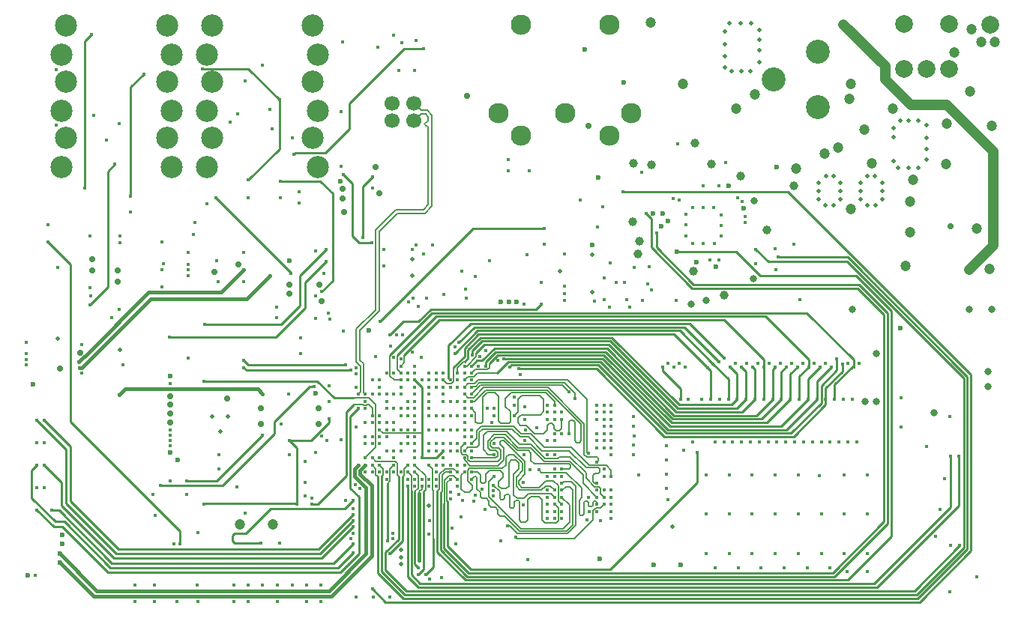
<source format=gbr>
G04 Layer_Physical_Order=6*
G04 Layer_Color=16440176*
%FSLAX45Y45*%
%MOMM*%
%TF.FileFunction,Copper,L6,Inr,Signal*%
%TF.Part,Single*%
G01*
G75*
%TA.AperFunction,Conductor*%
%ADD47C,0.40000*%
%ADD48C,0.25000*%
%ADD49C,0.15000*%
%ADD54C,0.20000*%
%ADD56C,1.20000*%
%ADD59C,0.13400*%
%TA.AperFunction,ViaPad*%
%ADD66C,2.00000*%
%TA.AperFunction,ComponentPad*%
%ADD67C,2.50000*%
%ADD68C,1.70000*%
%ADD69C,2.30000*%
%ADD70C,2.70000*%
%ADD71C,2.00000*%
%TA.AperFunction,ViaPad*%
%ADD72C,0.80000*%
%ADD73C,0.70000*%
%ADD74C,0.40000*%
%ADD75C,0.50000*%
%ADD76C,0.60000*%
%ADD77C,1.20000*%
%ADD78C,1.00000*%
%TA.AperFunction,Conductor*%
%ADD95C,0.29100*%
%ADD97C,0.13335*%
%ADD98C,0.13300*%
D47*
X6470000Y8379969D02*
X6510018Y8419987D01*
X6530000Y8359969D02*
X6590018Y8419987D01*
X4170000Y10300000D02*
X5250000D01*
X3390000Y9520000D02*
X4170000Y10300000D01*
X5250000D02*
X5510000Y10560000D01*
X4959839Y10370000D02*
X5214839Y10625000D01*
X4140000Y10370000D02*
X4959839D01*
X3140000Y7420000D02*
X3560000Y7000000D01*
X6530000Y8320000D02*
Y8359969D01*
X6550710Y8210000D02*
X6597500Y8163210D01*
X6550000Y8210000D02*
X6550710D01*
X6470000Y8290000D02*
X6550000Y8210000D01*
X6470000Y8290000D02*
Y8379969D01*
X3355019Y9585019D02*
X3395000Y9625000D01*
X3396924D01*
X3435000Y9663076D01*
Y9665000D01*
X4140000Y10370000D01*
X3360000Y9520000D02*
X3390000D01*
X3140000Y7320000D02*
X3520000Y6940000D01*
X3880000Y9280000D02*
X5374000D01*
X5430000Y9224000D01*
X3810000Y9210000D02*
X3880000Y9280000D01*
X7200000Y7340000D02*
Y8100000D01*
X6530000Y8320000D02*
X6660000Y8190000D01*
X3560000Y7000000D02*
X6180000D01*
X6597500Y7417500D01*
Y8163210D01*
X3520000Y6940000D02*
X6210000D01*
X6660000Y7390000D01*
Y8190000D01*
D48*
X7650000Y9805000D02*
X7825000Y9980000D01*
X7600370Y9682973D02*
X7857397Y9940000D01*
X7424896Y10060000D02*
X10641000D01*
X7029987Y9665091D02*
X7424896Y10060000D01*
X7029987Y9660000D02*
Y9665091D01*
X4770000Y7982500D02*
X5817500D01*
X5985000Y7977500D02*
X6057500D01*
X6520000Y7420000D02*
Y8060000D01*
X6420000Y8160000D02*
X6520000Y8060000D01*
X6057500Y7977500D02*
X6380000Y8300000D01*
X5630000Y11630000D02*
X6080000D01*
X6220000Y11490000D01*
X5270000Y11640000D02*
X5620000Y11990000D01*
X10300000Y10460000D02*
X12170000D01*
X9880000Y10880000D02*
X10300000Y10460000D01*
X9880000Y10880000D02*
Y11040000D01*
X10280900Y10419100D02*
X12150900D01*
X9820000Y10880000D02*
X10280900Y10419100D01*
X9820000Y10880000D02*
Y11200000D01*
X12450000Y7780000D02*
Y10120000D01*
X12150900Y10419100D02*
X12450000Y10120000D01*
X12490000Y7760000D02*
Y10140000D01*
X12170000Y10460000D02*
X12490000Y10140000D01*
X12530000Y7610000D02*
Y10160000D01*
X12130000Y10560000D02*
X12530000Y10160000D01*
X11050000Y10560000D02*
X12130000D01*
X11365000Y11505000D02*
X13430000Y9440000D01*
Y7450000D02*
Y9440000D01*
X12850000Y6870000D02*
X13430000Y7450000D01*
X12040000Y10770000D02*
X13389999Y9420000D01*
Y7470000D02*
Y9420000D01*
X12830000Y6910000D02*
X13389999Y7470000D01*
X6820000Y6870000D02*
X12850000D01*
X13350000Y7490000D02*
Y9400000D01*
X12814999Y6955000D02*
X13350000Y7490000D01*
X7810000Y11090000D02*
X8610000D01*
X6760000Y10040000D02*
X7810000Y11090000D01*
X7360000Y7270000D02*
Y7590000D01*
X7270000Y7180000D02*
X7360000Y7270000D01*
X6840000Y7560000D02*
Y8210000D01*
X7230000Y8499996D02*
Y8780000D01*
X7229987Y8499983D02*
X7389983D01*
X7470000Y8580000D01*
X7229987Y8499983D02*
X7230000Y8499996D01*
X3260000Y8910000D02*
X4500000Y7670000D01*
X3260000Y8910000D02*
Y10690000D01*
X4500000Y7530000D02*
Y7670000D01*
X4780000Y10010000D02*
X5640000D01*
X5910000Y10480000D02*
X6150000Y10720000D01*
X6220000Y10500000D02*
Y11490000D01*
X6100000Y10380000D02*
X6220000Y10500000D01*
X5220000Y9520000D02*
X5250000Y9490000D01*
X6240000Y9180000D02*
X6460000D01*
X5962520Y9310000D02*
X6010000D01*
X5560000Y8907480D02*
X5962520Y9310000D01*
X5560000Y8770000D02*
Y8907480D01*
X4980000Y8190000D02*
X5560000Y8770000D01*
X4900000Y11440000D02*
X5745480Y10594520D01*
X11890000Y9330001D02*
X12090000Y9530000D01*
X11890000Y9160001D02*
Y9330001D01*
X11978000Y9478000D02*
Y9560000D01*
X11790000Y9290000D02*
X11978000Y9478000D01*
X11790000Y9160001D02*
Y9290000D01*
X11914500Y9494500D02*
Y9622000D01*
X11740000Y9320000D02*
X11914500Y9494500D01*
X11740000Y9120000D02*
Y9320000D01*
X11690000Y9369000D02*
X11851000Y9530000D01*
X11690000Y9160001D02*
Y9369000D01*
X11590000Y9396000D02*
X11724000Y9530000D01*
X11590000Y9160001D02*
Y9396000D01*
X10790000Y9160001D02*
Y9448000D01*
X10708000Y9530000D02*
X10790000Y9448000D01*
X10890000Y9160001D02*
Y9475000D01*
X10835000Y9530000D02*
X10890000Y9475000D01*
X10990000Y9160001D02*
Y9502000D01*
X10962000Y9530000D02*
X10990000Y9502000D01*
X10490000Y9160001D02*
Y9484000D01*
X10454000Y9520000D02*
X10490000Y9484000D01*
X10690000Y9160001D02*
Y9389500D01*
X10517500Y9562000D02*
X10690000Y9389500D01*
X11430000Y8740000D02*
X11790000Y9100000D01*
X11400000Y8780000D02*
X11740000Y9120000D01*
X9990000Y8780000D02*
X11400000D01*
X10729999Y9100000D02*
X10790000Y9160001D01*
X10256500Y10020000D02*
X10644500Y9632000D01*
X10191000Y9980000D02*
X10581000Y9590000D01*
X10139500Y9940000D02*
X10517500Y9562000D01*
X10074000Y9900000D02*
X10454000Y9520000D01*
X7345000Y10140000D02*
X11577000D01*
X7870000Y9900000D02*
X10074000D01*
X7780000Y10020000D02*
X10256500D01*
X7825000Y9980000D02*
X10191000D01*
X7890000Y9860000D02*
X9372843D01*
X7910000Y9820000D02*
X9356274D01*
X7840000Y9690000D02*
X7930000Y9780000D01*
X9339705D01*
X7530000Y9399995D02*
X7550014Y9379981D01*
X7850001Y9600000D02*
X7910000D01*
X7949982Y9539981D02*
Y9589981D01*
X10849999Y9020000D02*
X10990000Y9160001D01*
X10132843Y9100000D02*
X10729999D01*
X10790000Y9060000D02*
X10890000Y9160001D01*
X11350000Y8820000D02*
X11690000Y9160001D01*
X10010000Y8820000D02*
X11350000D01*
X7790000Y9540000D02*
X7850001Y9600000D01*
X10116274Y9060000D02*
X10790000D01*
X10099705Y9020000D02*
X10849999D01*
X9372843Y9860000D02*
X10132843Y9100000D01*
X9356274Y9820000D02*
X10116274Y9060000D01*
X9339705Y9780000D02*
X10099705Y9020000D01*
X7150000Y7300000D02*
Y8120000D01*
X7070017Y7159983D02*
Y8179987D01*
X6870000Y7420000D02*
X7015000Y7565000D01*
X6820000Y7433400D02*
X6970000Y7583400D01*
Y8287500D01*
X7110000Y7180000D02*
Y8130000D01*
X6380000Y9020000D02*
X6460000Y9100000D01*
X6380000Y8300000D02*
Y9020000D01*
X5817500Y7982500D02*
X5820000Y7980000D01*
X6340000Y11700000D02*
X6440000Y11600000D01*
X3010000Y10940000D02*
X3260000Y10690000D01*
X3679999Y11739998D02*
X3760000Y11820000D01*
X3679999Y11739998D02*
X3680001Y10430001D01*
X3630000Y10380001D02*
X3680001Y10430001D01*
X3940000Y11460000D02*
Y12690000D01*
X4090000Y12839999D01*
X3420000Y13210001D02*
X3500000Y13289999D01*
X4750000Y12900000D02*
X5270000D01*
X5620000Y12550000D01*
Y11990000D02*
Y12550000D01*
X3420000Y11550000D02*
Y13210001D01*
X3071468Y7722531D02*
X3167469D01*
X3156568Y7963432D02*
X3753432Y7366568D01*
X3130000Y7910000D02*
X3730000Y7310000D01*
X3210000Y7990000D02*
Y8600000D01*
X3260000Y8010711D02*
Y8630000D01*
X3210000Y7990000D02*
X3780000Y7420000D01*
X3260000Y8010711D02*
X3800711Y7470000D01*
X5780000Y11930000D02*
X5800000Y11950000D01*
X6140000D01*
X6410000Y12220000D01*
Y12510000D01*
X7030000Y13130000D01*
X7250000D01*
X6560000Y10990000D02*
Y11567000D01*
X6520000Y10930000D02*
X6660000D01*
X6440000Y11010000D02*
X6520000Y10930000D01*
X6440000Y11010000D02*
Y11600000D01*
X6560000Y11567000D02*
X6670000Y11677000D01*
X2880000Y8930000D02*
X3210000Y8600000D01*
X2960000Y8930000D02*
X3260000Y8630000D01*
X3156568Y7963432D02*
Y8225431D01*
X2880000Y7914000D02*
X3071468Y7722531D01*
X4908740Y8240000D02*
X5428740Y8760000D01*
X4570000Y8240000D02*
X4908740D01*
X7150000Y7300000D02*
X7190000Y7260000D01*
X7190000Y7180000D02*
X7250000Y7240000D01*
Y8120000D01*
X2960000Y8422000D02*
X3156568Y8225431D01*
X2820000Y8362000D02*
X2880000Y8422000D01*
X3050000Y7910000D02*
X3130000D01*
X2820000Y8050000D02*
Y8362000D01*
Y8050000D02*
X3090000Y7780000D01*
X3190000D01*
X11090000Y9160001D02*
Y9529000D01*
X11089000Y9530000D02*
X11090000Y9529000D01*
X9946000Y9484000D02*
Y9530000D01*
Y9484000D02*
X10150000Y9280000D01*
X11089000Y9530000D02*
Y9612000D01*
X11597000Y9530000D02*
Y9612000D01*
X12105000Y9530000D02*
Y9612000D01*
X10641000Y10060000D02*
X11089000Y9612000D01*
X11109000Y10100000D02*
X11597000Y9612000D01*
X11577000Y10140000D02*
X12105000Y9612000D01*
X10079705Y8980000D02*
X11010000D01*
X10030000Y8860000D02*
X11289999D01*
X10063137Y8940000D02*
X11069999D01*
X10046569Y8900000D02*
X11130000D01*
X11289999Y8860000D02*
X11590000Y9160001D01*
X11790000Y9100000D02*
Y9160001D01*
X4380000Y9870000D02*
X5580000D01*
X5910000Y10200000D01*
Y10480000D01*
X5640000Y10010000D02*
X5850000Y10220000D01*
Y10560000D01*
X6150000Y10860000D01*
X11390000Y9450000D02*
X11470000Y9530000D01*
X11490000Y9423000D02*
X11597000Y9530000D01*
X11130000Y8900000D02*
X11390000Y9160001D01*
Y9450000D01*
X11490000Y9160001D02*
Y9423000D01*
X11290000Y9477000D02*
X11343000Y9530000D01*
X11190000Y9504000D02*
X11216000Y9530000D01*
X11290000Y9160001D02*
Y9477000D01*
X11069999Y8940000D02*
X11290000Y9160001D01*
X11190000Y9160001D02*
Y9504000D01*
X11010000Y8980000D02*
X11190000Y9160001D01*
X9970000Y8740000D02*
X11430000D01*
X8520000Y10180000D02*
X8580000Y10240000D01*
X5730000Y8700000D02*
X5980000D01*
X6180000Y8900000D01*
Y8940000D01*
X7390013Y10100000D02*
X11109000D01*
X4280000Y8190000D02*
X4980000D01*
X6050000Y9370000D02*
X6240000Y9180000D01*
X13200000Y7940000D02*
Y8520000D01*
X10340000Y8220000D02*
Y8560000D01*
X9360000Y7240000D02*
X10340000Y8220000D01*
X11250000Y10770000D02*
X12040000D01*
X11140000Y10720000D02*
X12030000D01*
X11000000Y10860000D02*
X11140000Y10720000D01*
X12030000D02*
X13350000Y9400000D01*
X12340000Y7080000D02*
X13200000Y7940000D01*
X7210000Y7080000D02*
X12340000D01*
X13289999Y7960000D02*
Y8520000D01*
X12370000Y7040000D02*
X13289999Y7960000D01*
X7190000Y7040000D02*
X12370000D01*
X7070017Y7159983D02*
X7190000Y7040000D01*
X7110000Y7180000D02*
X7210000Y7080000D01*
X7780000Y7240000D02*
X9360000D01*
X7520000Y7500000D02*
X7780000Y7240000D01*
X10150000Y9160000D02*
Y9280000D01*
X9760000Y11260000D02*
X9820000Y11200000D01*
X10110000Y10830000D02*
X10780000D01*
X11050000Y10560000D01*
X12040000Y7120000D02*
X12530000Y7610000D01*
X11890000Y7160000D02*
X12490000Y7760000D01*
X11870000Y7200000D02*
X12450000Y7780000D01*
X6670000Y7020000D02*
X6820000Y6870000D01*
X12790000Y7000000D02*
X13300000Y7510000D01*
X5250000Y9490000D02*
X6430000D01*
X5220000Y9600000D02*
X5270000Y9550000D01*
X6370000D01*
X9497500Y11505000D02*
X11365000D01*
X3479999Y10230000D02*
X3630000Y10380001D01*
X5820000Y7980000D02*
Y8610000D01*
X5730000Y8700000D02*
X5820000Y8610000D01*
X7760000Y7200000D02*
X11870000D01*
X7440000Y7460000D02*
Y8105000D01*
Y7460000D02*
X7740000Y7160000D01*
X11890000D01*
X7400000Y7440000D02*
Y8120000D01*
Y7440000D02*
X7720000Y7120000D01*
X12040000D01*
X7330000Y10180000D02*
X8520000D01*
X6870000Y9890000D02*
X7020000Y10040000D01*
X7190000D01*
X7330000Y10180000D01*
X3190000Y7780000D02*
X3710000Y7260000D01*
X3167469Y7722531D02*
X3680000Y7210000D01*
X6310000D01*
X6520000Y7420000D01*
X3710000Y7260000D02*
X6280000D01*
X6450000Y7430000D01*
X3730000Y7310000D02*
X6230000D01*
X6450000Y7530000D01*
X3753432Y7366568D02*
X6096568D01*
X6450000Y7720000D01*
X3780000Y7420000D02*
X6080000D01*
X6450000Y7790000D01*
X3800711Y7470000D02*
X6060000D01*
X6450000Y7860000D01*
X6420000Y8160000D02*
Y8970000D01*
X6820000Y7230000D02*
Y7433400D01*
Y7230000D02*
X7050000Y7000000D01*
X12790000D01*
X6770000Y7220000D02*
Y8287500D01*
Y7220000D02*
X7035000Y6955000D01*
X12814999D01*
X7015000Y7565000D02*
Y8287500D01*
X6730000Y7200000D02*
Y8287500D01*
Y7200000D02*
X7020000Y6910000D01*
X12830000D01*
X7480000Y7480000D02*
X7760000Y7200000D01*
X7230000Y8780000D02*
Y9300000D01*
X6420000Y8970000D02*
X6510000Y9060000D01*
X6870000Y9665000D02*
X7345000Y10140000D01*
X12090000Y9530000D02*
X12105000D01*
X6950013Y9660000D02*
X7390013Y10100000D01*
X7150000Y9380000D02*
X7230000Y9300000D01*
X7530000Y9399995D02*
Y9770000D01*
X8220000Y9527500D02*
Y9530000D01*
X9284069Y9662500D02*
X10046569Y8900000D01*
X9319705Y9740000D02*
X10079705Y8980000D01*
X7910000Y9600000D02*
X8050000Y9740000D01*
X9303137Y9700000D02*
X10063137Y8940000D01*
X7949982Y9589981D02*
X8060000Y9700000D01*
X9267500Y9622500D02*
X10030000Y8860000D01*
X8150000Y9620000D02*
X8152500Y9622500D01*
X9242500Y9587500D02*
X10010000Y8820000D01*
X8080000Y9460000D02*
X8207500Y9587500D01*
X9217500Y9552500D02*
X9990000Y8780000D01*
X8220000Y9530000D02*
X8242500Y9552500D01*
X7990000Y9570000D02*
X8082500Y9662500D01*
X8050000Y9740000D02*
X9319705D01*
X8060000Y9700000D02*
X9303137D01*
X8082500Y9662500D02*
X9284069D01*
X8152500Y9622500D02*
X9267500D01*
X8207500Y9587500D02*
X9242500D01*
X8242500Y9552500D02*
X9217500D01*
X9200000Y9510000D02*
X9970000Y8740000D01*
X8322500Y9510000D02*
X9200000D01*
X7480000Y7480000D02*
Y7987500D01*
X7520000Y7500000D02*
Y8013750D01*
X7530000Y9770000D02*
X7780000Y10020000D01*
X7800000Y9660000D02*
Y9710000D01*
X7910000Y9820000D01*
X7710000Y9590000D02*
X7750000Y9630000D01*
X7590000Y9530000D02*
X7710000Y9650000D01*
X7857397Y9940000D02*
X10139500D01*
X7750000Y9630000D02*
Y9720000D01*
X7890000Y9860000D01*
X7710000Y9650000D02*
Y9740000D01*
X7870000Y9900000D01*
X4770000Y9370000D02*
X6050000D01*
D49*
X6750018Y8419987D02*
X6790000Y8380005D01*
X6670018Y8419987D02*
X6710000Y8380005D01*
X7700000Y9590000D02*
X7710000D01*
X6840000Y8210000D02*
X6870000Y8240000D01*
X6572967Y9100000D02*
X6573467Y9099500D01*
X7629981Y9519981D02*
X7700000Y9590000D01*
X7629981Y9459981D02*
Y9519981D01*
X7590000Y9365000D02*
Y9530000D01*
X7565000Y9340000D02*
X7590000Y9365000D01*
X7509995Y9340000D02*
X7565000D01*
X7470014Y9379981D02*
X7509995Y9340000D01*
X7840000Y9643033D02*
Y9690000D01*
X7710000Y9540000D02*
X7736968D01*
X7710014Y9379981D02*
X7747551Y9417518D01*
X7817519D01*
X7860000Y9460000D01*
X7990000Y9520000D02*
Y9570000D01*
X7969981Y9499981D02*
X7990000Y9520000D01*
X7270000Y8140000D02*
Y8300000D01*
X7350000Y8140000D02*
Y8380000D01*
X7150000Y8420000D02*
X7270000Y8300000D01*
X7310000Y8420000D02*
X7350000Y8380000D01*
X7150000Y8340000D02*
X7190000Y8300000D01*
X6670001Y8500000D02*
X6710001Y8460000D01*
X6710000Y8307500D02*
Y8380005D01*
X6670000Y8980000D02*
Y9059970D01*
X7190000Y8160000D02*
Y8300000D01*
X7230017Y8150016D02*
Y8179987D01*
X7200000Y8120000D02*
X7230017Y8150016D01*
X7150000Y8120000D02*
X7190000Y8160000D01*
X7250000Y8120000D02*
X7270000Y8140000D01*
X7360000Y7590000D02*
Y8130000D01*
X7350000Y8140000D02*
X7360000Y8130000D01*
X7490000Y8340000D02*
X7550000D01*
X7829982Y9499981D02*
X7969981D01*
X7789982Y9459981D02*
X7829982Y9499981D01*
X7736968Y9540000D02*
X7840000Y9643033D01*
X7490000Y8380000D02*
X7590000D01*
X7630000Y8340000D01*
X7430000Y8320000D02*
X7490000Y8380000D01*
X7457500Y8307500D02*
X7490000Y8340000D01*
X7430000Y8150000D02*
Y8320000D01*
X7400000Y8120000D02*
X7430000Y8150000D01*
X7590000Y8300000D02*
X7630000Y8260000D01*
X7536600Y8300000D02*
X7590000D01*
X7512500Y8222500D02*
X7550000Y8260000D01*
X7485000Y8248400D02*
X7536600Y8300000D01*
X7485000Y7987500D02*
Y8248400D01*
X7440000Y8105000D02*
X7457500Y8122500D01*
Y8307500D01*
X7860000Y9460000D02*
X8080000D01*
X7512500Y8013750D02*
Y8222500D01*
X6749988Y8819982D02*
X6789970Y8780000D01*
X7230000D01*
X6870000Y8380000D02*
X6910000Y8420000D01*
X7110000Y8130000D02*
Y8300001D01*
X6790000Y8307500D02*
Y8380005D01*
X6870000Y8240000D02*
Y8380000D01*
X6710001Y8460000D02*
X6930000D01*
X6950000Y8440000D01*
Y8307500D02*
Y8440000D01*
X6770000Y8287500D02*
X6790000Y8307500D01*
X6710000D02*
X6730000Y8287500D01*
X6950000Y8307500D02*
X6970000Y8287500D01*
X7030000Y8379996D02*
X7069987Y8419983D01*
X7030000Y8302500D02*
Y8379996D01*
X7015000Y8287500D02*
X7030000Y8302500D01*
X7070001Y8340000D02*
X7110000Y8300001D01*
X6870000Y9430000D02*
X6920019Y9379981D01*
X6573467Y9099500D02*
X6604533D01*
X6605033Y9100000D01*
X6629970D01*
X6670000Y9059970D01*
X6460000Y9100000D02*
X6572967D01*
X6460000Y9180000D02*
X6630000D01*
X6710000Y9100000D01*
X6950013Y9499987D02*
Y9660000D01*
X6990000Y9540000D02*
X7029987Y9579987D01*
Y9660000D01*
X6950013Y9499987D02*
X6990000Y9460000D01*
X6870000Y9430000D02*
Y9665000D01*
X6920019Y9379981D02*
X6989987D01*
X6590001Y8500000D02*
X6710000Y8619999D01*
Y9100000D01*
D54*
X7256337Y12276500D02*
G03*
X7276337Y12256501I20000J0D01*
G01*
X7302500Y12236501D02*
G03*
X7282500Y12256501I-20000J0D01*
G01*
X7276337Y12296500D02*
G03*
X7256337Y12276500I0J-20000D01*
G01*
X7282500Y12296500D02*
G03*
X7302500Y12316500I0J20000D01*
G01*
X6570000Y9240000D02*
X6590000Y9220000D01*
X6530000Y9606569D02*
X6570000Y9566569D01*
X6530000Y9606569D02*
Y9940000D01*
X6748284Y10158284D01*
Y11058285D01*
X6955000Y11265000D02*
X7262501D01*
X6748284Y11058285D02*
X6955000Y11265000D01*
X7262501D02*
X7342500Y11345000D01*
X7286569Y12429000D02*
X7342500Y12373069D01*
Y11345000D02*
Y12373069D01*
X7140500Y12509000D02*
X7220500Y12429000D01*
X7286569D01*
X6570000Y9240000D02*
Y9566569D01*
X7140500Y12309000D02*
X7220500Y12389000D01*
X7270000D01*
X7302500Y12356500D01*
Y12336500D02*
Y12356500D01*
Y12316500D02*
Y12336500D01*
Y11361568D02*
Y12230000D01*
X7245932Y11305000D02*
X7302500Y11361568D01*
X6938432Y11305000D02*
X7245932D01*
X6708285Y11074853D02*
X6938432Y11305000D01*
X6708285Y10174853D02*
Y11074853D01*
X6490000Y9956568D02*
X6708285Y10174853D01*
X6490000Y9590001D02*
Y9956568D01*
Y9590001D02*
X6540000Y9540001D01*
Y9250000D02*
Y9540001D01*
X6510000Y9220000D02*
X6540000Y9250000D01*
X7276337Y12256501D02*
X7282500D01*
X7302500Y12230000D02*
Y12236501D01*
X7276337Y12296500D02*
X7282500D01*
D56*
X13680000Y10900000D02*
Y11430000D01*
X13410001Y10630000D02*
X13680000Y10900000D01*
X11990000Y13400000D02*
X12460000Y12930000D01*
Y12780000D02*
Y12930000D01*
Y12780000D02*
X12750000Y12490000D01*
X13160001D01*
X13680000Y11970000D01*
Y11430000D02*
Y11970000D01*
D59*
X9115078Y8417422D02*
X9310078D01*
X8240000Y9242500D02*
X8627500D01*
X7953115Y9267500D02*
X8642500D01*
X8267500Y8855000D02*
X8350000Y8772500D01*
X7900000Y8855000D02*
X8267500D01*
X7850000Y8805000D02*
X7900000Y8855000D01*
X8250000Y8827500D02*
X8338500Y8739000D01*
X7915000Y8827500D02*
X8250000D01*
X7877636Y8790136D02*
X7915000Y8827500D01*
X8605000Y9025000D02*
Y9160000D01*
X8565000Y8985000D02*
X8605000Y9025000D01*
X8347500Y8985000D02*
X8565000D01*
X8562500Y9202500D02*
X8605000Y9160000D01*
X8355000Y9202500D02*
X8562500D01*
X8315000Y9162500D02*
X8355000Y9202500D01*
X8315000Y9019765D02*
Y9162500D01*
X8500000Y8777500D02*
X8605000D01*
X8410000Y8867500D02*
X8500000Y8777500D01*
X8342500Y8867500D02*
X8410000D01*
X8641998Y8814498D02*
Y8865503D01*
X8666997Y8890502D01*
X8699498D01*
X8725000Y8865000D01*
Y8832500D02*
Y8865000D01*
X8605000Y8777500D02*
X8641998Y8814498D01*
X8312500Y8950000D02*
X8347500Y8985000D01*
X8312500Y8897500D02*
Y8950000D01*
Y8897500D02*
X8342500Y8867500D01*
X8271401Y8976166D02*
X8315000Y9019765D01*
X8172500Y9175000D02*
X8240000Y9242500D01*
X8172500Y9082500D02*
Y9175000D01*
Y9082500D02*
X8230000Y9025000D01*
X8627500Y9242500D02*
X8728637Y9141363D01*
Y9096135D02*
Y9141363D01*
X8210000Y8890000D02*
X8230000Y8910000D01*
X8120000Y8890000D02*
X8210000D01*
X8230000Y8910000D02*
Y9025000D01*
X8095000Y8915000D02*
Y9197500D01*
X8052500Y9240000D02*
X8095000Y9197500D01*
X7970000Y9240000D02*
X8052500D01*
X7920000Y9190000D02*
X7970000Y9240000D01*
X7920000Y8912500D02*
Y9190000D01*
X7835001Y8912502D02*
Y9014999D01*
X7855001Y8892502D02*
X7900001D01*
X7835001Y8912502D02*
X7855001Y8892502D01*
X7900001D02*
X7920000Y8912500D01*
X7790000Y9060000D02*
X7835001Y9014999D01*
X8332198Y7797803D02*
Y8005000D01*
X8220598Y7947601D02*
Y8076600D01*
X8165000Y8045000D02*
Y8075000D01*
X8148200Y8028200D02*
X8165000Y8045000D01*
X8121800Y8028200D02*
X8148200D01*
X8107500Y8042500D02*
X8121800Y8028200D01*
X8107500Y8042500D02*
Y8119200D01*
X8620199Y7769801D02*
X8747301D01*
X8588898Y7801102D02*
X8620199Y7769801D01*
X8588898Y7801102D02*
Y8026102D01*
X8553099Y8061901D02*
X8588898Y8026102D01*
X8459401Y8061901D02*
X8553099D01*
X8423798Y8026298D02*
X8459401Y8061901D01*
X7890398Y8231791D02*
X7907189Y8215000D01*
X8142700Y8280200D02*
Y8324800D01*
X8097300Y8234800D02*
X8142700Y8280200D01*
X8097300Y8182700D02*
Y8234800D01*
X7890398Y8231791D02*
Y8304602D01*
X8210000Y8182500D02*
Y8445000D01*
X8320000Y8372500D02*
Y8442500D01*
X8267500Y8320000D02*
X8320000Y8372500D01*
X8267500Y8080000D02*
Y8320000D01*
X8210000Y8445000D02*
X8240000Y8475000D01*
X8287500D01*
X8320000Y8442500D01*
X8112500Y8355000D02*
X8142700Y8324800D01*
X7995000Y8355000D02*
X8112500D01*
X8107500Y8657500D02*
X8150000Y8615000D01*
Y8700000D02*
X8392500Y8457500D01*
X8322188Y8244688D02*
X8392500Y8315000D01*
X8322188Y8202812D02*
Y8244688D01*
X8392500Y8315000D02*
Y8457500D01*
X8550736Y8366661D02*
X8579714Y8337683D01*
X8125000Y8700000D02*
X8150000D01*
X8107500Y8682500D02*
X8125000Y8700000D01*
X8107500Y8657500D02*
Y8682500D01*
X8150000Y8473913D02*
Y8615000D01*
X8808002Y8833002D02*
Y8935500D01*
X8782500Y8807500D02*
X8808002Y8833002D01*
X8750000Y8807500D02*
X8782500D01*
X8725000Y8832500D02*
X8750000Y8807500D01*
X8554787Y8167500D02*
X8627287Y8240000D01*
X8357500Y8167500D02*
X8554787D01*
X8627287Y8240000D02*
X8715589D01*
X8767983Y8187606D01*
Y8015521D02*
Y8187606D01*
X8322188Y8202812D02*
X8357500Y8167500D01*
X8120000Y8492500D02*
Y8590000D01*
X8093000Y8617000D02*
X8120000Y8590000D01*
X8025500Y8617000D02*
X8093000D01*
X8085000Y8457500D02*
X8120000Y8492500D01*
X7773569Y8457500D02*
X8085000D01*
X8905000Y8392500D02*
Y8418679D01*
X8888019Y8375519D02*
X8905000Y8392500D01*
X8808002Y8375542D02*
X8888019Y8375515D01*
X8462500Y8472500D02*
Y8552500D01*
X8430543Y8584457D02*
X8462500Y8552500D01*
X8307622Y8584457D02*
X8430543D01*
X8462500Y8472500D02*
X8500000Y8435000D01*
X8888679D01*
X8125000Y8155000D02*
X8182500D01*
X8097300Y8182700D02*
X8125000Y8155000D01*
X8182500D02*
X8210000Y8182500D01*
X8382500Y8045000D02*
X8432500Y8095000D01*
X8302500Y8045000D02*
X8382500D01*
X8267500Y8080000D02*
X8302500Y8045000D01*
X8432500Y8095000D02*
X8688504D01*
X8897500Y8175000D02*
X8931788Y8140712D01*
X8855000Y8175000D02*
X8897500D01*
X8815541Y8135541D02*
X8855000Y8175000D01*
X8931788Y7741788D02*
Y8140712D01*
X8807963Y8135541D02*
X8815541D01*
X8057500Y7945000D02*
X8090000Y7912500D01*
X8010000Y7945000D02*
X8057500D01*
X8090000Y7865000D02*
Y7912500D01*
X8160000Y7842500D02*
X8330000Y7672500D01*
X8090000Y7865000D02*
X8112500Y7842500D01*
X8160000D01*
X7960000Y8042500D02*
X7987500Y8015000D01*
Y7967500D02*
X8010000Y7945000D01*
X7987500Y7967500D02*
Y8015000D01*
X7890000Y8065000D02*
X7912500Y8042500D01*
X7960000D01*
X9183532Y8328532D02*
X9223836D01*
X9160000Y8305000D02*
X9183532Y8328532D01*
X8807963Y8055541D02*
X8897500Y7966004D01*
Y7773603D02*
Y7966004D01*
X8088587Y8412500D02*
X8150000Y8473913D01*
X7775018Y8412500D02*
X8088587D01*
X7710048Y8477470D02*
X7775018Y8412500D01*
X8197500Y7731671D02*
X8220588D01*
X8195188D02*
X8197500D01*
X8095000Y8915000D02*
X8120000Y8890000D01*
X9247803Y7935471D02*
X9287834Y7975501D01*
X8060951Y8734952D02*
X8157127D01*
X8004000Y8678000D02*
X8060951Y8734952D01*
X7750118Y8480952D02*
Y8519661D01*
X7839588Y8290481D02*
X7852288Y8277781D01*
X9223836Y8328532D02*
X9236536Y8341232D01*
X8767983Y8015521D02*
X8807963Y7975541D01*
X8727963D02*
X8767942Y7935561D01*
X7670108Y8561571D02*
Y8620042D01*
Y8561571D02*
X7691647Y8540032D01*
X7729747D01*
X7750118Y8519661D01*
X8157127Y8734952D02*
X8307622Y8584457D01*
X7790045Y9139990D02*
X7825605D01*
X7790058Y8260001D02*
X7820538Y8290481D01*
X7839588D01*
X8936540Y8928460D02*
X8957175Y8907825D01*
X8887960Y8907960D02*
X8908460Y8928460D01*
X8936540D01*
X8977810Y8676525D02*
X9005890D01*
X9026390Y8697025D01*
X8957175Y8697160D02*
X8977810Y8676525D01*
X8957175Y8697160D02*
Y8907825D01*
X8887960Y8775500D02*
Y8907960D01*
X9026390Y8697025D02*
Y8883610D01*
X7825605Y9139990D02*
X7953115Y9267500D01*
X8642500D02*
X9026390Y8883610D01*
X7709986Y9219982D02*
X7750004Y9179963D01*
X7812463D01*
X7790081Y9310056D02*
X7837556D01*
X7790000Y9220000D02*
X7892500Y9322500D01*
X8811000D01*
X7710000Y9300000D02*
X7750070Y9340070D01*
X8811000Y9322500D02*
X8888100Y9245400D01*
X8959712Y9174605D02*
Y9227788D01*
X7837556Y9310056D02*
X7877500Y9350000D01*
X8837500D01*
X8959712Y9227788D01*
X7750070Y9340070D02*
X7820070D01*
X7812463Y9179963D02*
X7927500Y9295000D01*
X8655000D01*
X9062500Y8887500D01*
X7820070Y9340070D02*
X7862500Y9382500D01*
X8875000D01*
X9097500Y9160000D01*
Y8565040D02*
Y9160000D01*
X9247500Y8095962D02*
X9287961Y8055502D01*
X9227500Y8175000D02*
X9247500Y8155000D01*
Y8095962D02*
Y8155000D01*
X9081281Y8276219D02*
Y8331396D01*
Y8276219D02*
X9182500Y8175000D01*
X9227500D01*
X8622500Y8492500D02*
X8765474D01*
X8782974Y8510000D01*
X8902677D01*
X9081281Y8331396D01*
X7979943Y8540057D02*
X8042726D01*
X7925000Y8595000D02*
X7979943Y8540057D01*
X7925000Y8595000D02*
Y8760000D01*
X7965000Y8800000D01*
X8187500D01*
X8335000Y8652500D01*
X8462500D01*
X8622500Y8492500D01*
X7709996Y8579992D02*
X7749287Y8619283D01*
X8207898Y8089300D02*
X8220598Y8076600D01*
X8165000Y8075000D02*
X8179300Y8089300D01*
X8207898D01*
X8332198Y7797803D02*
X8352099Y7777901D01*
X8688504Y8095000D02*
X8727963Y8055541D01*
X7790068Y8340021D02*
X7854979D01*
X7890398Y8304602D01*
X7953698Y8313698D02*
X7995000Y8355000D01*
X9050000Y8213462D02*
X9207961Y8055502D01*
X9050000Y8213462D02*
Y8311887D01*
X8899387Y8462500D02*
X9050000Y8311887D01*
X8317500Y8615000D02*
X8455000D01*
X8607500Y8462500D01*
X8899387D01*
X8047500Y8762500D02*
X8170000D01*
X8317500Y8615000D01*
X7977500Y8692500D02*
X8047500Y8762500D01*
X7977500Y8612500D02*
Y8692500D01*
Y8612500D02*
X8005000Y8585000D01*
X7790006Y8500002D02*
X8062502D01*
X8082500Y8520000D01*
X8005000Y8585000D02*
X8062500D01*
X8082500Y8565000D01*
Y8520000D02*
Y8565000D01*
X7987500Y8062500D02*
X8350000Y7700000D01*
X8823897D01*
X8897500Y7773603D01*
X9007936Y8023761D02*
X9035000Y8050826D01*
X8859817Y8337683D02*
X9035000Y8162500D01*
Y8050826D02*
Y8162500D01*
X8579714Y8337683D02*
X8859817D01*
X9046036Y7854800D02*
X9058736Y7867500D01*
X9020636Y7854800D02*
X9046036D01*
X9007936Y7867500D02*
X9020636Y7854800D01*
X9109536Y7962965D02*
Y7997500D01*
X9096836Y8010200D02*
X9109536Y7997500D01*
X9071436Y8010200D02*
X9096836D01*
X9058736Y7997500D02*
X9071436Y8010200D01*
X9122236Y7950265D02*
X9147636D01*
X9109536Y7962965D02*
X9122236Y7950265D01*
X9147636D02*
X9160336Y7962965D01*
Y7997500D01*
X9173036Y8010200D01*
X9194800D01*
X9207961Y7997039D01*
Y7975501D02*
Y7997039D01*
X8352099Y7777901D02*
X8402901D01*
X8290900Y8017700D02*
X8319498D01*
X8276196Y8002995D02*
X8290900Y8017700D01*
X8319498D02*
X8332198Y8005000D01*
X8276196Y7949201D02*
Y8002995D01*
X8862500Y7672500D02*
X8931788Y7741788D01*
X8947500Y7590000D02*
X9160000Y7802500D01*
X8300860Y7590000D02*
X8947500D01*
X8286199Y7604661D02*
X8300860Y7590000D01*
X9160000Y7802500D02*
Y7902500D01*
X9192971Y7935471D01*
X9247803D01*
X8261895Y7934901D02*
X8276196Y7949201D01*
X8220598Y7947601D02*
X8233298Y7934901D01*
X8261895D01*
X8747301Y7769801D02*
X8767942Y7790442D01*
Y7935561D01*
X8004000Y8638500D02*
Y8678000D01*
Y8638500D02*
X8025500Y8617000D01*
X7750118Y8480952D02*
X7773569Y8457500D01*
X8888679Y8435000D02*
X8905000Y8418679D01*
X8220588Y7731671D02*
X8307259Y7645000D01*
X8877500D01*
X8969888Y7737388D01*
X8807963Y8215541D02*
X8827422Y8235000D01*
X8917500D01*
X8969888Y8182612D01*
Y7737388D02*
Y8182612D01*
X9310078Y8417422D02*
X9367961Y8359539D01*
Y8295502D02*
Y8359539D01*
X7789986Y8659992D02*
X7850000Y8720006D01*
X8915000Y8617500D02*
X9115078Y8417422D01*
X8612500Y8617500D02*
X8915000D01*
X8457500Y8772500D02*
X8612500Y8617500D01*
X7850000Y8720006D02*
Y8805000D01*
X8350000Y8772500D02*
X8457500D01*
X9220000Y8390000D02*
X9236536Y8373465D01*
Y8341232D02*
Y8373465D01*
X8338500Y8739000D02*
X8432367D01*
X8588836Y8582532D01*
X9085000Y8390000D02*
X9220000D01*
X8588836Y8582532D02*
X8892468D01*
X9085000Y8390000D01*
X7749287Y8619283D02*
X7846783D01*
X7877636Y8650135D01*
Y8790136D01*
X9160000Y8235000D02*
Y8305000D01*
Y8235000D02*
X9179498Y8215502D01*
X9207961D01*
X8330000Y7672500D02*
X8862500D01*
X7852288Y8150212D02*
Y8277781D01*
Y8150212D02*
X7890000Y8112500D01*
Y8065000D02*
Y8112500D01*
X7907189Y8215000D02*
X7936907D01*
X7953698Y8231791D01*
Y8313698D01*
X7987500Y8062500D02*
Y8235203D01*
X8042788Y8290491D01*
X8032900Y8193800D02*
X8107500Y8119200D01*
X9097500Y8565040D02*
X9107521Y8555019D01*
X9225000Y8472578D02*
Y8495000D01*
X9207963Y8455542D02*
X9225000Y8472578D01*
X9062500Y8540000D02*
Y8887500D01*
X9210000Y8510000D02*
X9225000Y8495000D01*
X9062500Y8540000D02*
X9092500Y8510000D01*
X9210000D01*
X8402901Y7777901D02*
X8423798Y7798798D01*
Y8026298D01*
X9007936Y7867500D02*
Y8023761D01*
X9058736Y7867500D02*
Y7997500D01*
X7670108Y8620042D02*
X7710087Y8660022D01*
X7710048Y8477470D02*
Y8500051D01*
D66*
X13650000Y13400000D02*
D03*
D67*
X3157499Y11790001D02*
D03*
Y13060001D02*
D03*
Y12425001D02*
D03*
X3212500Y13385001D02*
D03*
Y12750001D02*
D03*
X4352499Y12115001D02*
D03*
Y12750001D02*
D03*
X3212500Y12115001D02*
D03*
X4352499Y13385001D02*
D03*
X4407499Y11790001D02*
D03*
Y12425001D02*
D03*
Y13060001D02*
D03*
X4802500Y11790001D02*
D03*
Y13060001D02*
D03*
Y12425001D02*
D03*
X4857500Y13385001D02*
D03*
Y12750001D02*
D03*
X5997500Y12115001D02*
D03*
Y12750001D02*
D03*
X4857500Y12115001D02*
D03*
X5997500Y13385001D02*
D03*
X6052500Y11790001D02*
D03*
Y12425001D02*
D03*
Y13060001D02*
D03*
D68*
X6890501Y12509001D02*
D03*
X7140501D02*
D03*
X6890501Y12309001D02*
D03*
X7140501D02*
D03*
D69*
X8347501Y13395001D02*
D03*
X9347501D02*
D03*
Y12145001D02*
D03*
X8347501D02*
D03*
X8097501Y12395001D02*
D03*
X9597501D02*
D03*
X8847501D02*
D03*
D70*
X11204300Y12779100D02*
D03*
X11704300Y12469100D02*
D03*
Y13089101D02*
D03*
D71*
X13184302Y13409099D02*
D03*
X12930302Y12901099D02*
D03*
X12676302D02*
D03*
Y13409099D02*
D03*
X13184302Y12901099D02*
D03*
D72*
X13010001Y9015000D02*
D03*
X13623000Y9480000D02*
D03*
Y9310000D02*
D03*
X13410001Y10180000D02*
D03*
X13670000D02*
D03*
X10970000Y10530000D02*
D03*
X10980000Y11410000D02*
D03*
X10439999Y10280000D02*
D03*
X10270000Y10240000D02*
D03*
X12232000Y9140000D02*
D03*
X12359000D02*
D03*
X12090000Y10180000D02*
D03*
X12359000Y9680000D02*
D03*
D73*
X3140000Y9512500D02*
D03*
X9110000Y12250000D02*
D03*
X5730001Y10459999D02*
D03*
X5730000Y10359999D02*
D03*
X4890000Y10600000D02*
D03*
X5160000Y10690000D02*
D03*
X6100000Y10270000D02*
D03*
X6330000Y11430000D02*
D03*
X6070000Y10459999D02*
D03*
X13200000Y11120000D02*
D03*
X3370000Y9690000D02*
D03*
X4390000Y8900000D02*
D03*
X5030000Y9170000D02*
D03*
X5410000Y9060000D02*
D03*
Y8880000D02*
D03*
X6060000Y9060000D02*
D03*
Y8880000D02*
D03*
X4390000Y9100000D02*
D03*
Y9000000D02*
D03*
Y9200000D02*
D03*
X6750000Y11490000D02*
D03*
X6710000Y11790000D02*
D03*
X7740000Y12590000D02*
D03*
X6350000Y11280000D02*
D03*
X6330000Y11540000D02*
D03*
X3790000Y10620000D02*
D03*
X3509999Y10620000D02*
D03*
X3509999Y10747000D02*
D03*
X3790000Y10493000D02*
D03*
D74*
X8727999Y8695508D02*
D03*
X6750018Y8419987D02*
D03*
X6670018D02*
D03*
X6590018D02*
D03*
X6510018D02*
D03*
X8646300Y8697202D02*
D03*
X7132500Y10310000D02*
D03*
X7282500D02*
D03*
X7167500Y10910000D02*
D03*
X7352500D02*
D03*
X7125000Y9700000D02*
D03*
X11220000Y10865530D02*
D03*
X8727963Y7895541D02*
D03*
X8647963D02*
D03*
X9288000Y8935500D02*
D03*
X9207993Y8615492D02*
D03*
X9207963Y8455542D02*
D03*
X9287961Y8375502D02*
D03*
X7710000Y8900000D02*
D03*
X8395500Y8816500D02*
D03*
X5410000Y7540000D02*
D03*
X5620000Y7537500D02*
D03*
X5987500Y8047500D02*
D03*
X6370000Y8020000D02*
D03*
X6450000D02*
D03*
X6450000Y7930000D02*
D03*
X5985000Y7977500D02*
D03*
X5910000Y8070000D02*
D03*
X6480000Y8200000D02*
D03*
X8271400Y9191900D02*
D03*
X8525000Y8842500D02*
D03*
X8015000Y8900000D02*
D03*
X8449208Y8366661D02*
D03*
X8550736D02*
D03*
X6590000Y9220000D02*
D03*
X6510000D02*
D03*
X9617500Y8537500D02*
D03*
X9247982Y7790482D02*
D03*
X9208003Y7895541D02*
D03*
X9098003Y7798041D02*
D03*
X9118003Y7895541D02*
D03*
X8197500Y7731671D02*
D03*
X8648002Y9095500D02*
D03*
X9207961Y8215502D02*
D03*
X8807963Y8215541D02*
D03*
X9207961Y7975501D02*
D03*
X9287961D02*
D03*
X9620000Y8649000D02*
D03*
X9625000Y8752500D02*
D03*
X9368000Y8695499D02*
D03*
X9288000D02*
D03*
X8728002Y8535499D02*
D03*
Y8375542D02*
D03*
X7790000Y8820015D02*
D03*
X8042726Y8540057D02*
D03*
X7789984Y8740016D02*
D03*
X8042800Y8660000D02*
D03*
X8807963Y7815541D02*
D03*
X8387000Y8696000D02*
D03*
X11230500Y10628000D02*
D03*
X8387400Y8936300D02*
D03*
X9270000Y11340000D02*
D03*
X4800000Y11370000D02*
D03*
X5270000Y11640000D02*
D03*
X9800000Y10660000D02*
D03*
X13189999Y6990100D02*
D03*
X13500000Y7160000D02*
D03*
X10010000Y8030000D02*
D03*
X9419981Y10479979D02*
D03*
X9630000Y10650000D02*
D03*
X6760000Y10040000D02*
D03*
X6870000Y9890000D02*
D03*
X9210000Y11110000D02*
D03*
X8610000Y11090000D02*
D03*
Y10920000D02*
D03*
X8420000Y10800000D02*
D03*
X6030000Y8560000D02*
D03*
X6490000Y8850000D02*
D03*
X6430000Y9490000D02*
D03*
X6370000Y9550000D02*
D03*
X6830000Y8260000D02*
D03*
X6830000Y8340000D02*
D03*
X6910000D02*
D03*
X6989948Y8340051D02*
D03*
X6710000Y9645000D02*
D03*
X6750000Y8660000D02*
D03*
X6830000Y8740000D02*
D03*
X6590000Y8740000D02*
D03*
X6830000Y8820000D02*
D03*
X5214839Y10495000D02*
D03*
X8373000Y7970500D02*
D03*
X7629999Y8820000D02*
D03*
X9287961Y8295502D02*
D03*
X8807960Y8775542D02*
D03*
X8727960Y8775500D02*
D03*
X9615000Y8967500D02*
D03*
X9620000Y8855000D02*
D03*
X4380000Y9870000D02*
D03*
X4780000Y10010000D02*
D03*
X5220000Y9520000D02*
D03*
Y9600000D02*
D03*
X6010000Y9310000D02*
D03*
X5840000Y11510000D02*
D03*
X10390000Y9160001D02*
D03*
X10708000Y9530000D02*
D03*
X10454000Y9520000D02*
D03*
X10517500Y9562000D02*
D03*
X10581000Y9590000D02*
D03*
X10644500Y9632000D02*
D03*
X7950000Y9710000D02*
D03*
X7800000Y9660000D02*
D03*
X7710000Y9540000D02*
D03*
X5600000Y6880000D02*
D03*
X4210000D02*
D03*
X3990000D02*
D03*
X6090000D02*
D03*
X5930000D02*
D03*
X5270000D02*
D03*
X5110000D02*
D03*
X4700000Y6880000D02*
D03*
X4460000Y6880000D02*
D03*
X7790019Y9380018D02*
D03*
X7949986Y9539981D02*
D03*
X7710001Y8500000D02*
D03*
Y8420000D02*
D03*
X7790000Y8980000D02*
D03*
X7710001D02*
D03*
Y9060000D02*
D03*
X7790000D02*
D03*
X9677000Y8310000D02*
D03*
X8382900Y8534800D02*
D03*
X8391200Y9081400D02*
D03*
X8372988Y8226961D02*
D03*
X9368000Y9095500D02*
D03*
X9288000Y9015500D02*
D03*
X9368000D02*
D03*
X9208000Y8775500D02*
D03*
Y8695499D02*
D03*
X9367961Y8135502D02*
D03*
X9287961D02*
D03*
X9207961Y8055502D02*
D03*
X9287961D02*
D03*
X9367961D02*
D03*
Y7975501D02*
D03*
Y7895501D02*
D03*
Y7815501D02*
D03*
X8647963Y7815541D02*
D03*
X8807963Y7895541D02*
D03*
X8727963Y7975541D02*
D03*
X8647963D02*
D03*
Y8055541D02*
D03*
X8727963D02*
D03*
X8807963Y8135541D02*
D03*
X8727963D02*
D03*
X8647963D02*
D03*
X8807963Y8055541D02*
D03*
X8647963Y8295541D02*
D03*
X8727963D02*
D03*
X8887960Y8775500D02*
D03*
X8648002Y8935500D02*
D03*
Y9015500D02*
D03*
X8728002D02*
D03*
X8808002Y8935500D02*
D03*
Y9015500D02*
D03*
X8648002Y8535499D02*
D03*
X8807963Y7975541D02*
D03*
X8042800Y8290500D02*
D03*
X8271401Y8976166D02*
D03*
X8728002Y8935500D02*
D03*
X8286199Y7604661D02*
D03*
X8042765Y8979899D02*
D03*
X9208000Y9095500D02*
D03*
X9288000D02*
D03*
X8271375Y9095540D02*
D03*
X9288000Y8615499D02*
D03*
X9368000Y8535499D02*
D03*
Y8615499D02*
D03*
X9288000Y8855500D02*
D03*
X9368000Y8775500D02*
D03*
X9288000D02*
D03*
X7709986Y9219982D02*
D03*
X7790000Y9220000D02*
D03*
Y8500000D02*
D03*
X7710000Y8580000D02*
D03*
X7789986Y9139982D02*
D03*
X7710000Y9300000D02*
D03*
X7790000Y8580000D02*
D03*
X7070000Y8660000D02*
D03*
X7150000Y8820000D02*
D03*
Y8900000D02*
D03*
Y8660000D02*
D03*
X7310000Y8660000D02*
D03*
X7390000D02*
D03*
X7310000Y8820000D02*
D03*
X6750000Y8980000D02*
D03*
X7070000D02*
D03*
X7150000D02*
D03*
Y9220000D02*
D03*
X7310000Y9140000D02*
D03*
X7630000Y8180000D02*
D03*
X7470000Y8820000D02*
D03*
Y8980000D02*
D03*
X7550000Y8820000D02*
D03*
X7470000Y9140000D02*
D03*
X6749988Y8819982D02*
D03*
X7229987Y8499983D02*
D03*
X7470000Y8580000D02*
D03*
X6990000Y8660000D02*
D03*
X7710000Y8820000D02*
D03*
X7310000Y8420000D02*
D03*
X7469986Y9459981D02*
D03*
X7630000Y8420000D02*
D03*
X6990000Y8820000D02*
D03*
X7150000Y8740000D02*
D03*
X7469983Y8659983D02*
D03*
X7630000Y8260000D02*
D03*
X7709986Y9459981D02*
D03*
X7389986Y8579983D02*
D03*
X6910000Y8420000D02*
D03*
X7790000Y8340000D02*
D03*
X6830000Y8580000D02*
D03*
Y9060000D02*
D03*
X6990000Y9300000D02*
D03*
X7150000Y8500000D02*
D03*
Y9300000D02*
D03*
X7390000D02*
D03*
X7470000D02*
D03*
X7549981Y9299981D02*
D03*
X7630000Y9300000D02*
D03*
X7709986Y9139982D02*
D03*
X7069987Y8259983D02*
D03*
Y8419983D02*
D03*
X7390000Y8420000D02*
D03*
X7710000Y8340000D02*
D03*
X7470000Y8420000D02*
D03*
X6589988Y8339987D02*
D03*
X7150000Y8340000D02*
D03*
X7550000Y8260000D02*
D03*
X6670000Y9220000D02*
D03*
X6910000Y8500000D02*
D03*
X6909987Y8899982D02*
D03*
X7310000Y9300000D02*
D03*
X7630000Y8340000D02*
D03*
X6669988Y8339987D02*
D03*
X7630000Y8980000D02*
D03*
X7789986Y9299981D02*
D03*
X7150000Y8420000D02*
D03*
X7070000Y8820000D02*
D03*
X7230000Y8260000D02*
D03*
X6990000Y9060000D02*
D03*
X7310000Y8980000D02*
D03*
X7390000Y8820000D02*
D03*
X6989987Y8979982D02*
D03*
X6910000Y9060000D02*
D03*
X7309987Y9219982D02*
D03*
X6830000Y8900000D02*
D03*
X6990000Y8580000D02*
D03*
X7630000Y9140000D02*
D03*
X7629986Y8579983D02*
D03*
X7710000Y8660000D02*
D03*
X7470000Y8500000D02*
D03*
X6910000Y8580000D02*
D03*
Y8819999D02*
D03*
X7150000Y8580000D02*
D03*
X7310000Y9060000D02*
D03*
X7150000Y9140000D02*
D03*
X7549986Y8659983D02*
D03*
X7390000Y8980000D02*
D03*
X7550000D02*
D03*
Y8420000D02*
D03*
Y8580000D02*
D03*
Y9140000D02*
D03*
X7630000Y8660000D02*
D03*
X7470000Y9220000D02*
D03*
X7710000Y8740000D02*
D03*
X7790000Y8260000D02*
D03*
X7550000Y8340000D02*
D03*
X7150017Y8179987D02*
D03*
X7389987Y8179983D02*
D03*
X7310017Y8179987D02*
D03*
X7230017D02*
D03*
X7070017D02*
D03*
X7555000Y8040000D02*
D03*
X6840000Y7560000D02*
D03*
X6900000Y7650000D02*
D03*
Y7590000D02*
D03*
X7389987Y8259983D02*
D03*
X7310017Y8259957D02*
D03*
X7390000Y8340000D02*
D03*
X6870000Y7420000D02*
D03*
Y6930000D02*
D03*
X6680000D02*
D03*
X6490000Y6930000D02*
D03*
X7149987Y8259983D02*
D03*
X6450000Y7430000D02*
D03*
X4280000Y8190000D02*
D03*
X4770000Y7980000D02*
D03*
X4940000Y8380000D02*
D03*
X4390000Y9340000D02*
D03*
X10527499Y11329999D02*
D03*
X10407499D02*
D03*
X10287499D02*
D03*
X10210000Y11012500D02*
D03*
Y11132500D02*
D03*
Y11252500D02*
D03*
X6340000Y11700000D02*
D03*
X10480000Y10740000D02*
D03*
X4430000Y7530000D02*
D03*
X4500000D02*
D03*
X4910000Y10730000D02*
D03*
X4930000Y10490000D02*
D03*
X4590000Y10690000D02*
D03*
X5590000Y10090000D02*
D03*
Y10205999D02*
D03*
X6150000Y10860000D02*
D03*
X6100000Y10380000D02*
D03*
X5745480Y10586999D02*
D03*
X6190000Y10068999D02*
D03*
X3355019Y9585019D02*
D03*
X3390000Y9460000D02*
D03*
X6320000Y12415000D02*
D03*
X6334338Y13199071D02*
D03*
X6320000Y11800000D02*
D03*
X6120000Y10586999D02*
D03*
X5214839Y10820000D02*
D03*
X6670000Y11550000D02*
D03*
Y11677000D02*
D03*
X2760000Y9680000D02*
D03*
Y9550000D02*
D03*
Y9615000D02*
D03*
Y9810000D02*
D03*
X3730000Y10090000D02*
D03*
X3479999Y10423000D02*
D03*
X3010000Y11140000D02*
D03*
X4290000Y10630000D02*
D03*
X3760000Y11820000D02*
D03*
X3010000Y10940000D02*
D03*
X4290000Y10430000D02*
D03*
X3810000Y12280000D02*
D03*
X3940000Y11460000D02*
D03*
X3500000Y13289999D02*
D03*
X3670000Y12090000D02*
D03*
X4090000Y12839999D02*
D03*
X3520000Y12370000D02*
D03*
X3100000Y12889999D02*
D03*
X3819999Y11010000D02*
D03*
X8206959Y11745000D02*
D03*
Y11875000D02*
D03*
X8440000Y11745000D02*
D03*
X10409999Y10927499D02*
D03*
X10529999D02*
D03*
X10289999D02*
D03*
X10609999Y11007499D02*
D03*
Y11127499D02*
D03*
Y11247499D02*
D03*
X10740000Y8680000D02*
D03*
X10640000D02*
D03*
X4589999Y10820000D02*
D03*
Y10560000D02*
D03*
X5214839Y10625000D02*
D03*
X4750000Y12900000D02*
D03*
X5150000Y12390000D02*
D03*
X5430000Y12939999D02*
D03*
X5620000Y12550000D02*
D03*
X5770000Y12120000D02*
D03*
X5060000Y12300000D02*
D03*
X5270000Y11440000D02*
D03*
X5630000D02*
D03*
X5540000Y12220000D02*
D03*
X5630000Y11630000D02*
D03*
X3420000Y11550000D02*
D03*
X4900000Y11440000D02*
D03*
X6030000Y10840999D02*
D03*
Y10078999D02*
D03*
X6669988Y8979982D02*
D03*
X7309987Y8579983D02*
D03*
X7070000Y8740000D02*
D03*
X6750000Y8500000D02*
D03*
X7789982Y9459981D02*
D03*
X4589999Y10625000D02*
D03*
X2860000Y7170000D02*
D03*
X3940000Y11280000D02*
D03*
X4210000Y7060000D02*
D03*
X3990000D02*
D03*
X2880000Y8676000D02*
D03*
X2960000Y8168000D02*
D03*
X2880000D02*
D03*
Y7914000D02*
D03*
X5110000Y7060000D02*
D03*
X5930000D02*
D03*
X6090000D02*
D03*
X5600000D02*
D03*
X5770000D02*
D03*
X5430000D02*
D03*
X5270000D02*
D03*
X3360000Y9520000D02*
D03*
X5510000Y10560000D02*
D03*
X6750000Y8899999D02*
D03*
X6589970Y8900000D02*
D03*
X6730000Y13139999D02*
D03*
X5510000Y12440000D02*
D03*
X7000000Y13189999D02*
D03*
X6910000Y13280000D02*
D03*
X7160000Y13220000D02*
D03*
X7250000Y13130000D02*
D03*
X5780000Y11930000D02*
D03*
X6970000Y12880000D02*
D03*
X7150000D02*
D03*
X6800000Y10860000D02*
D03*
X6170000Y10140000D02*
D03*
X6030000Y10332999D02*
D03*
X6150000Y10720000D02*
D03*
X6590001Y8500000D02*
D03*
X6670001D02*
D03*
X6450000Y7790000D02*
D03*
Y7860000D02*
D03*
Y7720000D02*
D03*
X6670000Y8900000D02*
D03*
X6530000Y8160000D02*
D03*
X4390000Y8820000D02*
D03*
Y8760000D02*
D03*
Y8700000D02*
D03*
Y8640000D02*
D03*
X6660000Y10930000D02*
D03*
X6560000Y10990000D02*
D03*
X2960000Y8930000D02*
D03*
X2880000D02*
D03*
X2960000Y8676000D02*
D03*
X3810000Y9210000D02*
D03*
X3850000Y9550000D02*
D03*
X4940000Y8540000D02*
D03*
X4590000Y9630000D02*
D03*
X6450000Y7650000D02*
D03*
X6430000Y7590000D02*
D03*
X5730000Y8700000D02*
D03*
Y8540000D02*
D03*
X5820000Y7980000D02*
D03*
X6180000Y9320000D02*
D03*
X4570000Y8090000D02*
D03*
X4220000Y7850000D02*
D03*
X6180000Y9140000D02*
D03*
X5860000Y9860000D02*
D03*
Y9680000D02*
D03*
X5721000Y9224000D02*
D03*
X5640000Y8880000D02*
D03*
X4570000Y8240000D02*
D03*
X4190000Y8090000D02*
D03*
X4390000Y8240000D02*
D03*
X5140000Y8170000D02*
D03*
X5428740Y8760000D02*
D03*
X10410000Y11580000D02*
D03*
X10135000Y11417500D02*
D03*
X10065000Y11430000D02*
D03*
X9760000Y11260000D02*
D03*
X10880000Y11160000D02*
D03*
X10880000Y11230000D02*
D03*
X10797500Y11440000D02*
D03*
X11500000Y10290000D02*
D03*
X10660000Y11840000D02*
D03*
X10120000Y12050000D02*
D03*
X10850000Y11400000D02*
D03*
X11430000Y10920000D02*
D03*
X10580000Y11580000D02*
D03*
X10940000Y8680000D02*
D03*
X7190000Y7260000D02*
D03*
X7190000Y7180000D02*
D03*
X7200000Y7340000D02*
D03*
X7320000Y7130000D02*
D03*
X7270000Y7180000D02*
D03*
X2880000Y8422000D02*
D03*
X2960000D02*
D03*
X3050000Y7910000D02*
D03*
X6450000Y7530000D02*
D03*
X7642500Y8090000D02*
D03*
X7310000Y7640000D02*
D03*
X10771500Y9572000D02*
D03*
X10898500D02*
D03*
X11025500D02*
D03*
X11152500D02*
D03*
X11279500D02*
D03*
X11406500D02*
D03*
X11533500D02*
D03*
X11660500D02*
D03*
X11787500D02*
D03*
X11914500Y9622000D02*
D03*
X12041500Y9572000D02*
D03*
X10590000Y9160001D02*
D03*
X10840000Y8680000D02*
D03*
X11140000D02*
D03*
X11040000D02*
D03*
X11940000D02*
D03*
X11440000D02*
D03*
X12040000D02*
D03*
X12140000D02*
D03*
X10790000Y9160001D02*
D03*
X11090000D02*
D03*
X10990000D02*
D03*
X10890000D02*
D03*
X11590000Y9160001D02*
D03*
X11790000Y9160001D02*
D03*
X11690000D02*
D03*
X11990000D02*
D03*
X11890000Y9160001D02*
D03*
X12090000Y9160001D02*
D03*
X10490000D02*
D03*
X10540000Y8680000D02*
D03*
X10835000Y9530000D02*
D03*
X11216000D02*
D03*
X11343000D02*
D03*
X11089000D02*
D03*
X10962000D02*
D03*
X11724000D02*
D03*
X11851000D02*
D03*
X11597000D02*
D03*
X12105000D02*
D03*
X11978000Y9560000D02*
D03*
X10073000Y9530000D02*
D03*
X9946000D02*
D03*
X10200000D02*
D03*
X10136500Y9572000D02*
D03*
X10009500D02*
D03*
X11470000Y9530000D02*
D03*
X7552500Y8110000D02*
D03*
X7870000Y9540000D02*
D03*
X7790000D02*
D03*
X7880000Y9650000D02*
D03*
X12163500Y9572000D02*
D03*
X7629981Y9459981D02*
D03*
X10690000Y9160001D02*
D03*
X7310000Y9460000D02*
D03*
X7389986Y9459981D02*
D03*
X7230000Y9380000D02*
D03*
X7390014Y9379981D02*
D03*
X7470014D02*
D03*
X7550014D02*
D03*
X7310014D02*
D03*
X7710014D02*
D03*
X7630000Y9380000D02*
D03*
X8959712Y9174605D02*
D03*
X6800000Y10670000D02*
D03*
X7189985Y10209980D02*
D03*
X7077500Y10260000D02*
D03*
X7119980Y10860020D02*
D03*
X7249965Y10810000D02*
D03*
X8840000Y10360001D02*
D03*
Y10810000D02*
D03*
X8840000Y10280000D02*
D03*
X8580000Y10240000D02*
D03*
X6940000Y9890000D02*
D03*
X7010000D02*
D03*
X8840000Y10440000D02*
D03*
X8580000Y10480000D02*
D03*
X7990000Y10730000D02*
D03*
X7480000Y10350000D02*
D03*
X7730000Y10310000D02*
D03*
X7720000Y10409200D02*
D03*
X7830000Y10550000D02*
D03*
X11840000Y8680000D02*
D03*
X11740000D02*
D03*
X11640000D02*
D03*
X11390000Y9160001D02*
D03*
X11490000Y9160001D02*
D03*
X11540000Y8680000D02*
D03*
X11290000Y9160001D02*
D03*
X11190000Y9160001D02*
D03*
X11240000Y8680000D02*
D03*
X11340000D02*
D03*
X10440000Y7420000D02*
D03*
X10699734Y7420000D02*
D03*
X10960000Y7420000D02*
D03*
X11220000D02*
D03*
X11480000D02*
D03*
X11740000D02*
D03*
X12000000D02*
D03*
X12260000D02*
D03*
X12260000Y7870000D02*
D03*
X12000000D02*
D03*
X11740000D02*
D03*
X11480000D02*
D03*
X11220000D02*
D03*
X10960000D02*
D03*
X10699735Y7870000D02*
D03*
X10440000Y7870000D02*
D03*
X12260000Y8310000D02*
D03*
X12000000D02*
D03*
X11480000D02*
D03*
X11220000D02*
D03*
X10960000D02*
D03*
X10699735Y8310000D02*
D03*
X10440000Y8310000D02*
D03*
X11720000Y8300000D02*
D03*
X10539735Y7259735D02*
D03*
X10800000Y7260456D02*
D03*
X11060000Y7259735D02*
D03*
X11320000D02*
D03*
X11579733D02*
D03*
X11839733Y7259735D02*
D03*
X12029732Y7219735D02*
D03*
X12259735Y7219735D02*
D03*
X6180000Y8940000D02*
D03*
X8150000Y9620000D02*
D03*
X8380000Y10240000D02*
D03*
X7690000Y8020000D02*
D03*
X6100000Y8750000D02*
D03*
X7680000Y10610000D02*
D03*
X5840000Y11380000D02*
D03*
X9520000Y10480000D02*
D03*
X13200000Y8520000D02*
D03*
X12930000Y8630000D02*
D03*
X9990000Y8160000D02*
D03*
X10340000Y8560000D02*
D03*
X10290000Y8680000D02*
D03*
X10190000Y8590000D02*
D03*
X13035001Y7615000D02*
D03*
X13289999Y8520000D02*
D03*
X13130000Y8270000D02*
D03*
X13200000Y7510000D02*
D03*
X13300000D02*
D03*
X10150000Y9160000D02*
D03*
X10240000Y9160001D02*
D03*
X11000000Y10860000D02*
D03*
X9990000Y8640000D02*
D03*
Y8480000D02*
D03*
Y8320000D02*
D03*
X9780000Y10470000D02*
D03*
X11250000Y10770000D02*
D03*
X11000000Y10700000D02*
D03*
X9880000Y11040000D02*
D03*
X10580000Y10740000D02*
D03*
X13080000Y7920000D02*
D03*
X7450000Y7150000D02*
D03*
X6670000Y7020000D02*
D03*
X9497500Y11505000D02*
D03*
X6490000Y9450000D02*
D03*
Y9520000D02*
D03*
X6590000Y8659999D02*
D03*
X6670000Y8660000D02*
D03*
X6670001Y8740000D02*
D03*
X6750000Y8740000D02*
D03*
X6320800Y8710000D02*
D03*
X9710000Y11730000D02*
D03*
X7610000Y7527500D02*
D03*
X5230000Y12760000D02*
D03*
X4290000Y10940000D02*
D03*
X3819999Y10931000D02*
D03*
X3479999Y10230000D02*
D03*
X3384840Y9780000D02*
D03*
X4650000Y11030000D02*
D03*
X4310000Y10700000D02*
D03*
X3810000Y10180000D02*
D03*
X3479999Y11010000D02*
D03*
X3100000Y12260000D02*
D03*
X6160000Y8700000D02*
D03*
X5230000Y7880000D02*
D03*
X4690000Y7060000D02*
D03*
X4700000Y7660000D02*
D03*
X8888100Y9245400D02*
D03*
X8035000Y8070000D02*
D03*
X9107521Y8555019D02*
D03*
X6749988Y8339987D02*
D03*
X7070001Y8340000D02*
D03*
X9207961Y8135502D02*
D03*
X9112500Y8052500D02*
D03*
X8808002Y8295541D02*
D03*
Y8375542D02*
D03*
X5910000Y8460000D02*
D03*
X7790000Y8660000D02*
D03*
X9367961Y8295502D02*
D03*
X13195000Y8965000D02*
D03*
X12642500Y9180000D02*
D03*
Y8847500D02*
D03*
X5910000Y8220000D02*
D03*
X6990000Y9220000D02*
D03*
X6750000Y9380000D02*
D03*
X6670000D02*
D03*
X6830000Y9140000D02*
D03*
X6749988Y9299981D02*
D03*
X6750000Y9220000D02*
D03*
X6910000Y9220000D02*
D03*
X6830000Y9220000D02*
D03*
X6589987Y9059982D02*
D03*
X6510000Y9060000D02*
D03*
X6588000Y9139000D02*
D03*
X7070000Y9060000D02*
D03*
X7150000D02*
D03*
X7070000Y9140000D02*
D03*
X6340000Y9932500D02*
D03*
X6482500Y9297500D02*
D03*
X6829986Y9459981D02*
D03*
X6910000Y9635000D02*
D03*
X6990000Y9620000D02*
D03*
X7150000Y9540000D02*
D03*
X7220000Y9640000D02*
D03*
X6990000Y9540000D02*
D03*
X7150000Y9460000D02*
D03*
X7070000D02*
D03*
X6990000D02*
D03*
X6910000D02*
D03*
X7150000Y9380000D02*
D03*
X7069987Y9379981D02*
D03*
X6989987D02*
D03*
X6879188Y9761688D02*
D03*
X7945000Y7917500D02*
D03*
X7311866Y7795634D02*
D03*
X9290000Y10536250D02*
D03*
X9181700Y10269200D02*
D03*
X9545000Y10292500D02*
D03*
X9348750Y10207500D02*
D03*
X9290000Y10292500D02*
D03*
X9824188Y10399188D02*
D03*
X10102500Y10280000D02*
D03*
X9357500Y10702500D02*
D03*
X9721230Y10281270D02*
D03*
X8220000Y9527500D02*
D03*
X9580000Y10207500D02*
D03*
X9368000Y8855500D02*
D03*
X8728002Y9095500D02*
D03*
X9368000Y8935500D02*
D03*
X8090000Y9600000D02*
D03*
X8322500Y9510000D02*
D03*
X7966601Y9060016D02*
D03*
X8042801D02*
D03*
X8032900Y8193800D02*
D03*
X8032700Y8130300D02*
D03*
X7911400Y8147100D02*
D03*
X8342500Y9442500D02*
D03*
X7570000Y7710000D02*
D03*
X8118300Y7564200D02*
D03*
X7667500Y7837500D02*
D03*
X7830000Y8080000D02*
D03*
X7600000Y9756790D02*
D03*
X7600370Y9682973D02*
D03*
X7650000Y9805000D02*
D03*
X7815381Y8014619D02*
D03*
X8424200Y7347500D02*
D03*
X9207961Y9015500D02*
D03*
X9208000Y8935500D02*
D03*
X8727963Y7815541D02*
D03*
X4662500Y11162500D02*
D03*
X4770000Y9370000D02*
D03*
X9017500Y11415000D02*
D03*
X3120000Y10650000D02*
D03*
X3492500Y10335000D02*
D03*
D75*
X12427500Y11420000D02*
D03*
Y11520000D02*
D03*
Y11610000D02*
D03*
X12342500Y11685000D02*
D03*
X12260000D02*
D03*
X12182500Y11610000D02*
D03*
Y11520000D02*
D03*
X12260000Y11360000D02*
D03*
X12350000D02*
D03*
X12182500Y11420000D02*
D03*
X11957500D02*
D03*
X6990000Y7460000D02*
D03*
Y7380000D02*
D03*
Y7300000D02*
D03*
X9150000Y10800000D02*
D03*
X7310000Y7960000D02*
D03*
X12560000Y12230000D02*
D03*
Y11860000D02*
D03*
Y12130000D02*
D03*
X12930000Y12120000D02*
D03*
Y11990000D02*
D03*
Y11870000D02*
D03*
Y12260000D02*
D03*
X12839999Y12310000D02*
D03*
X12730000D02*
D03*
X12630000D02*
D03*
X12730000Y11780000D02*
D03*
X12610000D02*
D03*
X12839999D02*
D03*
X10940000Y12870000D02*
D03*
X10840000D02*
D03*
X10730000D02*
D03*
X10650000Y13180000D02*
D03*
Y13039999D02*
D03*
Y12910001D02*
D03*
X10700000Y13410001D02*
D03*
X10830000D02*
D03*
X10950000D02*
D03*
X11040000Y13339999D02*
D03*
Y13230000D02*
D03*
Y13110001D02*
D03*
Y12970000D02*
D03*
X11790000Y11360000D02*
D03*
X11880000D02*
D03*
X11957500Y11520000D02*
D03*
Y11610000D02*
D03*
X11880000Y11685000D02*
D03*
X11797500D02*
D03*
X11712500Y11610000D02*
D03*
Y11520000D02*
D03*
Y11420000D02*
D03*
X4860000Y8970000D02*
D03*
X5040000D02*
D03*
X3820000Y9720000D02*
D03*
X5430000Y9224000D02*
D03*
X4950000Y8800000D02*
D03*
X10650000Y13320000D02*
D03*
X7120000Y10560000D02*
D03*
Y10750000D02*
D03*
X9150000Y10370000D02*
D03*
X8790000Y10610000D02*
D03*
X10060000Y7720000D02*
D03*
X3120000Y9850000D02*
D03*
D76*
X9070000Y13120000D02*
D03*
X9505000Y12745000D02*
D03*
X9240000Y7360000D02*
D03*
X9150000Y10910000D02*
D03*
X9850000Y7290000D02*
D03*
X10150000D02*
D03*
X5730000Y10730000D02*
D03*
X4470000Y8480000D02*
D03*
X6310000Y11630000D02*
D03*
X2780000Y7172000D02*
D03*
X3140000Y7320000D02*
D03*
Y7420000D02*
D03*
X3170000Y7530000D02*
D03*
Y7630000D02*
D03*
X4390000Y8560000D02*
D03*
X9840000Y11260000D02*
D03*
X10010000Y11180000D02*
D03*
X9950000Y11260000D02*
D03*
X10860000Y11320000D02*
D03*
X10690000Y11580000D02*
D03*
X11240000Y11790000D02*
D03*
X9930000Y11120000D02*
D03*
X6030000Y9230000D02*
D03*
X6630000Y9939488D02*
D03*
X12630000Y9970000D02*
D03*
X10110000Y10830000D02*
D03*
X10330000Y10710000D02*
D03*
X10550000Y10660000D02*
D03*
X9222500Y11672500D02*
D03*
X8120000Y10260000D02*
D03*
X8210000D02*
D03*
X8300000D02*
D03*
X4390000Y9422501D02*
D03*
X2840000Y9330000D02*
D03*
D77*
X12310000Y11830000D02*
D03*
X13420000Y12640000D02*
D03*
X12230000Y12210000D02*
D03*
X12780000Y11640000D02*
D03*
X13700000Y13200000D02*
D03*
X13410001Y10630000D02*
D03*
X12740000Y11050000D02*
D03*
X13680000Y11430000D02*
D03*
X13500000Y11095000D02*
D03*
X11990000Y13400000D02*
D03*
X13150000Y11820000D02*
D03*
X13239999Y13080000D02*
D03*
X13160001Y12280000D02*
D03*
X11460000Y11770000D02*
D03*
X12690000Y10670000D02*
D03*
X12740000Y11400000D02*
D03*
X12550000Y12450000D02*
D03*
X13670000Y12250000D02*
D03*
X13639999Y10640000D02*
D03*
X13550000Y13200000D02*
D03*
X13439999Y13350000D02*
D03*
X10780000Y12450000D02*
D03*
X12060000Y12560000D02*
D03*
X12070000Y12730000D02*
D03*
X11780000Y11940000D02*
D03*
X10990000Y12610000D02*
D03*
X10180000Y12730000D02*
D03*
X12070000Y11310000D02*
D03*
X11930000Y12009920D02*
D03*
X9810000Y13420000D02*
D03*
X5550000Y7750000D02*
D03*
X5170000D02*
D03*
D78*
X10310000Y12060000D02*
D03*
X10830000Y11690000D02*
D03*
X9820000Y11810000D02*
D03*
X10640000Y10340000D02*
D03*
X11130000Y11080000D02*
D03*
X10500000Y11820000D02*
D03*
X11430000Y11580000D02*
D03*
X9690000Y10950000D02*
D03*
X9670000Y10810000D02*
D03*
X9610000Y11170000D02*
D03*
X10300000Y10610000D02*
D03*
X9620000Y11830000D02*
D03*
D95*
X5242500Y7645000D02*
X5525000Y7927500D01*
X5112500Y7645000D02*
X5242500D01*
X5525000Y7927500D02*
X6357500D01*
X5112500Y7540000D02*
X5410000D01*
X5092500Y7560000D02*
X5112500Y7540000D01*
X5092500Y7560000D02*
Y7625000D01*
X5112500Y7645000D01*
X6357500Y7927500D02*
X6450000Y8020000D01*
D97*
X8265000Y8540000D02*
X8365000Y8440000D01*
Y8355000D02*
Y8440000D01*
X8295000Y8285000D02*
X8365000Y8355000D01*
X8180000Y8420000D02*
Y8507500D01*
X8140626Y8380626D02*
X8180000Y8420000D01*
X7768126Y8380626D02*
X8140626D01*
X7710000Y8115000D02*
X7767500D01*
X7675000Y8150000D02*
X7710000Y8115000D01*
X7675000Y8150000D02*
Y8305080D01*
X7800000Y8147500D02*
Y8192500D01*
X7767500Y8115000D02*
X7800000Y8147500D01*
X7749910Y8242590D02*
X7800000Y8192500D01*
X8212500Y8540000D02*
X8265000D01*
X8678377Y8185000D02*
X8727836Y8135541D01*
X8180000Y8507500D02*
X8212500Y8540000D01*
X8295000Y8177500D02*
Y8285000D01*
Y8177500D02*
X8334419Y8138081D01*
X8627500Y8185000D02*
X8678377D01*
X8334419Y8138081D02*
X8580581D01*
X8627500Y8185000D01*
X7749910Y8362410D02*
X7768126Y8380626D01*
D98*
X7675000Y8305080D02*
X7709931Y8340011D01*
X7749910Y8242590D02*
Y8362410D01*
%TF.MD5,c608efe7c732cd3b45d0a33d6ba2058d*%
M02*

</source>
